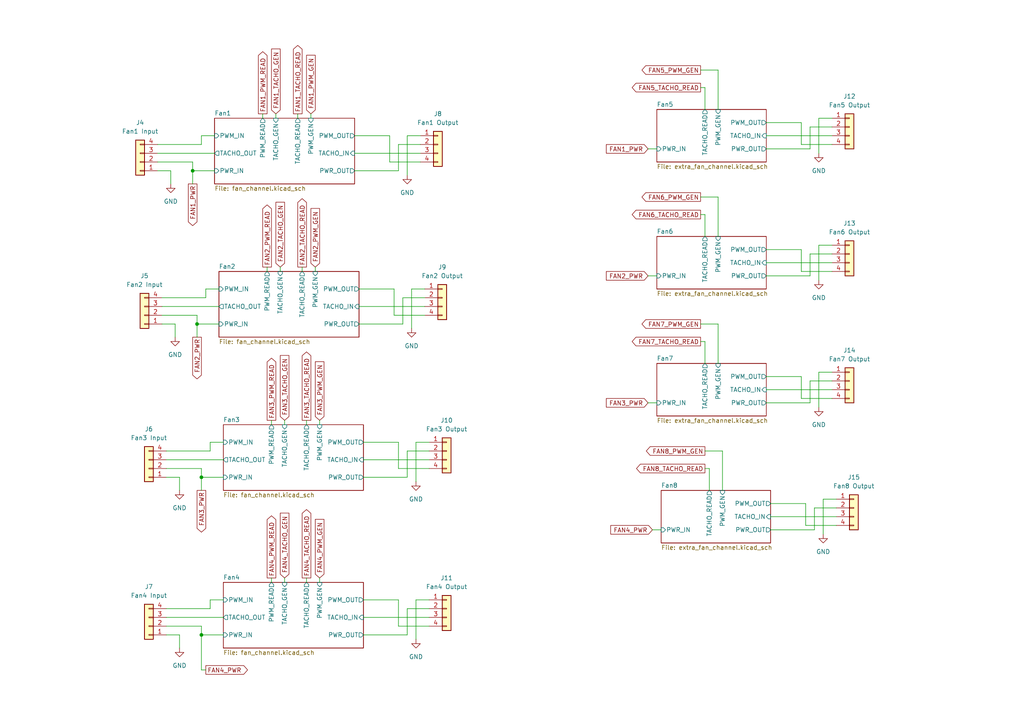
<source format=kicad_sch>
(kicad_sch (version 20211123) (generator eeschema)
  (paper "A4")
  (title_block (title "FanPico-0804") (date "2022-02-26") (company "Timo Kokkonen <tjko@iki.fi>") (comment 3 "Fanpico firmware reference/prototype PCB."))
  (lib_symbols
    (symbol "Connector_Generic:Conn_01x04" (pin_names (offset 1.016) hide)
      (property "Reference" "J" (at 0 5.08 0))
      (property "Value" "Conn_01x04" (at 0 -7.62 0))
      (symbol "Conn_01x04_1_1"
        (rectangle (start -1.27 -4.953) (end 0 -5.207) (stroke (width 0.1524)))
        (rectangle (start -1.27 -2.413) (end 0 -2.667) (stroke (width 0.1524)))
        (rectangle (start -1.27 0.127) (end 0 -0.127) (stroke (width 0.1524)))
        (rectangle (start -1.27 2.667) (end 0 2.413) (stroke (width 0.1524)))
        (rectangle (start -1.27 3.81) (end 1.27 -6.35) (stroke (width 0.254)) (fill (type background)))
        (pin passive line (at -5.08 2.54 0) (length 3.81) (name "Pin_1") (number "1"))
        (pin passive line (at -5.08 0 0) (length 3.81) (name "Pin_2") (number "2"))
        (pin passive line (at -5.08 -2.54 0) (length 3.81) (name "Pin_3") (number "3"))
        (pin passive line (at -5.08 -5.08 0) (length 3.81) (name "Pin_4") (number "4"))
      )
    )
    (symbol "power:GND" (power) (pin_names (offset 0))
      (property "Value" "GND" (at 0 -3.81 0))
      (symbol "GND_0_1"
        (polyline (pts (xy 0 0) (xy 0 -1.27) (xy 1.27 -1.27) (xy 0 -2.54) (xy -1.27 -1.27) (xy 0 -1.27)))
      )
      (symbol "GND_1_1"
        (pin power_in line (at 0 0 270) (length 0) hide (name "GND") (number "1"))
      )
    )
  )
  (junction (at 57.15 93.98))
  (junction (at 55.88 49.53))
  (junction (at 58.42 184.15))
  (junction (at 58.42 138.43))
  (wire (pts (xy 222.25 80.01) (xy 234.95 80.01)))
  (wire (pts (xy 222.25 116.84) (xy 234.95 116.84)))
  (wire (pts (xy 48.26 176.53) (xy 60.96 176.53)))
  (wire (pts (xy 222.25 39.37) (xy 241.3 39.37)))
  (wire (pts (xy 58.42 135.89) (xy 58.42 138.43)))
  (wire (pts (xy 104.14 88.9) (xy 123.19 88.9)))
  (wire (pts (xy 209.55 130.81) (xy 209.55 142.24)))
  (wire (pts (xy 55.88 46.99) (xy 55.88 49.53)))
  (wire (pts (xy 88.9 167.64) (xy 88.9 168.91)))
  (wire (pts (xy 45.72 46.99) (xy 55.88 46.99)))
  (wire (pts (xy 222.25 35.56) (xy 232.41 35.56)))
  (wire (pts (xy 234.95 116.84) (xy 234.95 110.49)))
  (wire (pts (xy 58.42 138.43) (xy 64.77 138.43)))
  (wire (pts (xy 48.26 130.81) (xy 60.96 130.81)))
  (wire (pts (xy 60.96 128.27) (xy 64.77 128.27)))
  (wire (pts (xy 115.57 41.91) (xy 121.92 41.91)))
  (wire (pts (xy 48.26 181.61) (xy 58.42 181.61)))
  (wire (pts (xy 58.42 181.61) (xy 58.42 184.15)))
  (wire (pts (xy 205.74 135.89) (xy 204.47 135.89)))
  (wire (pts (xy 222.25 109.22) (xy 232.41 109.22)))
  (wire (pts (xy 114.3 83.82) (xy 114.3 91.44)))
  (wire (pts (xy 52.07 184.15) (xy 48.26 184.15)))
  (wire (pts (xy 232.41 78.74) (xy 241.3 78.74)))
  (wire (pts (xy 209.55 130.81) (xy 204.47 130.81)))
  (wire (pts (xy 104.14 93.98) (xy 116.84 93.98)))
  (wire (pts (xy 205.74 135.89) (xy 205.74 142.24)))
  (wire (pts (xy 124.46 128.27) (xy 120.65 128.27)))
  (wire (pts (xy 236.22 147.32) (xy 242.57 147.32)))
  (wire (pts (xy 57.15 93.98) (xy 63.5 93.98)))
  (wire (pts (xy 237.49 81.28) (xy 237.49 71.12)))
  (wire (pts (xy 76.2 33.02) (xy 76.2 34.29)))
  (wire (pts (xy 48.26 133.35) (xy 64.77 133.35)))
  (wire (pts (xy 81.28 77.47) (xy 81.28 78.74)))
  (wire (pts (xy 48.26 135.89) (xy 58.42 135.89)))
  (wire (pts (xy 59.69 83.82) (xy 63.5 83.82)))
  (wire (pts (xy 46.99 88.9) (xy 63.5 88.9)))
  (wire (pts (xy 223.52 146.05) (xy 233.68 146.05)))
  (wire (pts (xy 105.41 184.15) (xy 118.11 184.15)))
  (wire (pts (xy 233.68 152.4) (xy 242.57 152.4)))
  (wire (pts (xy 86.36 33.02) (xy 86.36 34.29)))
  (wire (pts (xy 232.41 41.91) (xy 241.3 41.91)))
  (wire (pts (xy 104.14 83.82) (xy 114.3 83.82)))
  (wire (pts (xy 232.41 109.22) (xy 232.41 115.57)))
  (wire (pts (xy 208.28 93.98) (xy 203.2 93.98)))
  (wire (pts (xy 238.76 154.94) (xy 238.76 144.78)))
  (wire (pts (xy 77.47 77.47) (xy 77.47 78.74)))
  (wire (pts (xy 232.41 72.39) (xy 232.41 78.74)))
  (wire (pts (xy 78.74 167.64) (xy 78.74 168.91)))
  (wire (pts (xy 208.28 93.98) (xy 208.28 105.41)))
  (wire (pts (xy 222.25 43.18) (xy 234.95 43.18)))
  (wire (pts (xy 58.42 184.15) (xy 64.77 184.15)))
  (wire (pts (xy 60.96 130.81) (xy 60.96 128.27)))
  (wire (pts (xy 222.25 72.39) (xy 232.41 72.39)))
  (wire (pts (xy 52.07 138.43) (xy 48.26 138.43)))
  (wire (pts (xy 120.65 128.27) (xy 120.65 139.7)))
  (wire (pts (xy 105.41 179.07) (xy 124.46 179.07)))
  (wire (pts (xy 204.47 25.4) (xy 204.47 31.75)))
  (wire (pts (xy 236.22 153.67) (xy 236.22 147.32)))
  (wire (pts (xy 113.03 39.37) (xy 113.03 46.99)))
  (wire (pts (xy 234.95 110.49) (xy 241.3 110.49)))
  (wire (pts (xy 232.41 115.57) (xy 241.3 115.57)))
  (wire (pts (xy 237.49 107.95) (xy 241.3 107.95)))
  (wire (pts (xy 55.88 49.53) (xy 62.23 49.53)))
  (wire (pts (xy 222.25 113.03) (xy 241.3 113.03)))
  (wire (pts (xy 204.47 25.4) (xy 203.2 25.4)))
  (wire (pts (xy 118.11 138.43) (xy 118.11 130.81)))
  (wire (pts (xy 102.87 49.53) (xy 115.57 49.53)))
  (wire (pts (xy 120.65 173.99) (xy 120.65 185.42)))
  (wire (pts (xy 118.11 176.53) (xy 124.46 176.53)))
  (wire (pts (xy 208.28 20.32) (xy 203.2 20.32)))
  (wire (pts (xy 105.41 133.35) (xy 124.46 133.35)))
  (wire (pts (xy 82.55 167.64) (xy 82.55 168.91)))
  (wire (pts (xy 45.72 41.91) (xy 58.42 41.91)))
  (wire (pts (xy 102.87 39.37) (xy 113.03 39.37)))
  (wire (pts (xy 237.49 71.12) (xy 241.3 71.12)))
  (wire (pts (xy 223.52 149.86) (xy 242.57 149.86)))
  (wire (pts (xy 121.92 39.37) (xy 118.11 39.37)))
  (wire (pts (xy 208.28 57.15) (xy 208.28 68.58)))
  (wire (pts (xy 58.42 39.37) (xy 62.23 39.37)))
  (wire (pts (xy 118.11 184.15) (xy 118.11 176.53)))
  (wire (pts (xy 113.03 46.99) (xy 121.92 46.99)))
  (wire (pts (xy 50.8 97.79) (xy 50.8 93.98)))
  (wire (pts (xy 187.96 43.18) (xy 190.5 43.18)))
  (wire (pts (xy 58.42 138.43) (xy 58.42 142.24)))
  (wire (pts (xy 208.28 57.15) (xy 203.2 57.15)))
  (wire (pts (xy 46.99 86.36) (xy 59.69 86.36)))
  (wire (pts (xy 233.68 146.05) (xy 233.68 152.4)))
  (wire (pts (xy 115.57 128.27) (xy 115.57 135.89)))
  (wire (pts (xy 52.07 142.24) (xy 52.07 138.43)))
  (wire (pts (xy 58.42 194.31) (xy 58.42 184.15)))
  (wire (pts (xy 223.52 153.67) (xy 236.22 153.67)))
  (wire (pts (xy 115.57 135.89) (xy 124.46 135.89)))
  (wire (pts (xy 234.95 73.66) (xy 241.3 73.66)))
  (wire (pts (xy 52.07 187.96) (xy 52.07 184.15)))
  (wire (pts (xy 123.19 83.82) (xy 119.38 83.82)))
  (wire (pts (xy 187.96 116.84) (xy 190.5 116.84)))
  (wire (pts (xy 82.55 121.92) (xy 82.55 123.19)))
  (wire (pts (xy 60.96 173.99) (xy 64.77 173.99)))
  (wire (pts (xy 102.87 44.45) (xy 121.92 44.45)))
  (wire (pts (xy 49.53 53.34) (xy 49.53 49.53)))
  (wire (pts (xy 60.96 176.53) (xy 60.96 173.99)))
  (wire (pts (xy 119.38 83.82) (xy 119.38 95.25)))
  (wire (pts (xy 237.49 44.45) (xy 237.49 34.29)))
  (wire (pts (xy 92.71 167.64) (xy 92.71 168.91)))
  (wire (pts (xy 124.46 173.99) (xy 120.65 173.99)))
  (wire (pts (xy 189.23 153.67) (xy 191.77 153.67)))
  (wire (pts (xy 48.26 179.07) (xy 64.77 179.07)))
  (wire (pts (xy 78.74 121.92) (xy 78.74 123.19)))
  (wire (pts (xy 87.63 77.47) (xy 87.63 78.74)))
  (wire (pts (xy 57.15 93.98) (xy 57.15 97.79)))
  (wire (pts (xy 88.9 121.92) (xy 88.9 123.19)))
  (wire (pts (xy 57.15 91.44) (xy 57.15 93.98)))
  (wire (pts (xy 222.25 76.2) (xy 241.3 76.2)))
  (wire (pts (xy 114.3 91.44) (xy 123.19 91.44)))
  (wire (pts (xy 115.57 49.53) (xy 115.57 41.91)))
  (wire (pts (xy 204.47 99.06) (xy 204.47 105.41)))
  (wire (pts (xy 49.53 49.53) (xy 45.72 49.53)))
  (wire (pts (xy 238.76 144.78) (xy 242.57 144.78)))
  (wire (pts (xy 59.69 194.31) (xy 58.42 194.31)))
  (wire (pts (xy 115.57 173.99) (xy 115.57 181.61)))
  (wire (pts (xy 237.49 34.29) (xy 241.3 34.29)))
  (wire (pts (xy 237.49 118.11) (xy 237.49 107.95)))
  (wire (pts (xy 105.41 128.27) (xy 115.57 128.27)))
  (wire (pts (xy 204.47 62.23) (xy 203.2 62.23)))
  (wire (pts (xy 232.41 35.56) (xy 232.41 41.91)))
  (wire (pts (xy 187.96 80.01) (xy 190.5 80.01)))
  (wire (pts (xy 116.84 86.36) (xy 123.19 86.36)))
  (wire (pts (xy 92.71 121.92) (xy 92.71 123.19)))
  (wire (pts (xy 234.95 80.01) (xy 234.95 73.66)))
  (wire (pts (xy 204.47 62.23) (xy 204.47 68.58)))
  (wire (pts (xy 55.88 49.53) (xy 55.88 53.34)))
  (wire (pts (xy 116.84 93.98) (xy 116.84 86.36)))
  (wire (pts (xy 59.69 86.36) (xy 59.69 83.82)))
  (wire (pts (xy 45.72 44.45) (xy 62.23 44.45)))
  (wire (pts (xy 58.42 41.91) (xy 58.42 39.37)))
  (wire (pts (xy 234.95 36.83) (xy 241.3 36.83)))
  (wire (pts (xy 80.01 33.02) (xy 80.01 34.29)))
  (wire (pts (xy 105.41 138.43) (xy 118.11 138.43)))
  (wire (pts (xy 90.17 33.02) (xy 90.17 34.29)))
  (wire (pts (xy 204.47 99.06) (xy 203.2 99.06)))
  (wire (pts (xy 105.41 173.99) (xy 115.57 173.99)))
  (wire (pts (xy 91.44 77.47) (xy 91.44 78.74)))
  (wire (pts (xy 118.11 130.81) (xy 124.46 130.81)))
  (wire (pts (xy 46.99 91.44) (xy 57.15 91.44)))
  (wire (pts (xy 115.57 181.61) (xy 124.46 181.61)))
  (wire (pts (xy 208.28 20.32) (xy 208.28 31.75)))
  (wire (pts (xy 118.11 39.37) (xy 118.11 50.8)))
  (wire (pts (xy 234.95 43.18) (xy 234.95 36.83)))
  (wire (pts (xy 50.8 93.98) (xy 46.99 93.98)))
  (global_label "FAN1_PWM_GEN" (shape input) (at 90.17 33.02 90) (property "Intersheet References" "${INTERSHEET_REFS}" (effects hide)))
  (global_label "FAN4_PWM_READ" (shape output) (at 78.74 167.64 90) (property "Intersheet References" "${INTERSHEET_REFS}" (effects hide)))
  (global_label "FAN3_PWR" (shape input) (at 187.96 116.84 180) (property "Intersheet References" "${INTERSHEET_REFS}" (effects hide)))
  (global_label "FAN8_TACHO_READ" (shape output) (at 204.47 135.89 180) (property "Intersheet References" "${INTERSHEET_REFS}" (effects hide)))
  (global_label "FAN3_PWR" (shape output) (at 58.42 142.24 270) (property "Intersheet References" "${INTERSHEET_REFS}" (effects hide)))
  (global_label "FAN1_TACHO_READ" (shape output) (at 86.36 33.02 90) (property "Intersheet References" "${INTERSHEET_REFS}" (effects hide)))
  (global_label "FAN4_PWM_GEN" (shape input) (at 92.71 167.64 90) (property "Intersheet References" "${INTERSHEET_REFS}" (effects hide)))
  (global_label "FAN3_TACHO_READ" (shape output) (at 88.9 121.92 90) (property "Intersheet References" "${INTERSHEET_REFS}" (effects hide)))
  (global_label "FAN4_PWR" (shape output) (at 59.69 194.31 0) (property "Intersheet References" "${INTERSHEET_REFS}" (effects hide)))
  (global_label "FAN3_PWM_GEN" (shape input) (at 92.71 121.92 90) (property "Intersheet References" "${INTERSHEET_REFS}" (effects hide)))
  (global_label "FAN3_PWM_READ" (shape output) (at 78.74 121.92 90) (property "Intersheet References" "${INTERSHEET_REFS}" (effects hide)))
  (global_label "FAN2_TACHO_READ" (shape output) (at 87.63 77.47 90) (property "Intersheet References" "${INTERSHEET_REFS}" (effects hide)))
  (global_label "FAN4_TACHO_READ" (shape output) (at 88.9 167.64 90) (property "Intersheet References" "${INTERSHEET_REFS}" (effects hide)))
  (global_label "FAN7_TACHO_READ" (shape output) (at 203.2 99.06 180) (property "Intersheet References" "${INTERSHEET_REFS}" (effects hide)))
  (global_label "FAN5_TACHO_READ" (shape output) (at 203.2 25.4 180) (property "Intersheet References" "${INTERSHEET_REFS}" (effects hide)))
  (global_label "FAN1_PWR" (shape output) (at 55.88 53.34 270) (property "Intersheet References" "${INTERSHEET_REFS}" (effects hide)))
  (global_label "FAN7_PWM_GEN" (shape output) (at 203.2 93.98 180) (property "Intersheet References" "${INTERSHEET_REFS}" (effects hide)))
  (global_label "FAN6_PWM_GEN" (shape output) (at 203.2 57.15 180) (property "Intersheet References" "${INTERSHEET_REFS}" (effects hide)))
  (global_label "FAN2_PWM_READ" (shape output) (at 77.47 77.47 90) (property "Intersheet References" "${INTERSHEET_REFS}" (effects hide)))
  (global_label "FAN4_TACHO_GEN" (shape input) (at 82.55 167.64 90) (property "Intersheet References" "${INTERSHEET_REFS}" (effects hide)))
  (global_label "FAN6_TACHO_READ" (shape output) (at 203.2 62.23 180) (property "Intersheet References" "${INTERSHEET_REFS}" (effects hide)))
  (global_label "FAN1_PWM_READ" (shape output) (at 76.2 33.02 90) (property "Intersheet References" "${INTERSHEET_REFS}" (effects hide)))
  (global_label "FAN2_PWM_GEN" (shape input) (at 91.44 77.47 90) (property "Intersheet References" "${INTERSHEET_REFS}" (effects hide)))
  (global_label "FAN4_PWR" (shape input) (at 189.23 153.67 180) (property "Intersheet References" "${INTERSHEET_REFS}" (effects hide)))
  (global_label "FAN2_PWR" (shape input) (at 187.96 80.01 180) (property "Intersheet References" "${INTERSHEET_REFS}" (effects hide)))
  (global_label "FAN1_TACHO_GEN" (shape input) (at 80.01 33.02 90) (property "Intersheet References" "${INTERSHEET_REFS}" (effects hide)))
  (global_label "FAN5_PWM_GEN" (shape output) (at 203.2 20.32 180) (property "Intersheet References" "${INTERSHEET_REFS}" (effects hide)))
  (global_label "FAN8_PWM_GEN" (shape output) (at 204.47 130.81 180) (property "Intersheet References" "${INTERSHEET_REFS}" (effects hide)))
  (global_label "FAN2_TACHO_GEN" (shape input) (at 81.28 77.47 90) (property "Intersheet References" "${INTERSHEET_REFS}" (effects hide)))
  (global_label "FAN2_PWR" (shape output) (at 57.15 97.79 270) (property "Intersheet References" "${INTERSHEET_REFS}" (effects hide)))
  (global_label "FAN3_TACHO_GEN" (shape input) (at 82.55 121.92 90) (property "Intersheet References" "${INTERSHEET_REFS}" (effects hide)))
  (global_label "FAN1_PWR" (shape input) (at 187.96 43.18 180) (property "Intersheet References" "${INTERSHEET_REFS}" (effects hide)))
  (symbol (lib_id "Connector_Generic:Conn_01x04") (at 127 41.91 0) (unit 1)
    (property "Reference" "J8" (at 127 33.02 0))
    (property "Value" "Fan1 Output" (at 127 35.56 0))
    (property "Footprint" "Connector:FanPinHeader_1x04_P2.54mm_Vertical" (effects hide))
  )
  (symbol (lib_id "Connector_Generic:Conn_01x04") (at 246.38 73.66 0) (unit 1)
    (property "Reference" "J13" (at 246.38 64.77 0))
    (property "Value" "Fan6 Output" (at 246.38 67.31 0))
    (property "Footprint" "Connector:FanPinHeader_1x04_P2.54mm_Vertical" (effects hide))
  )
  (symbol (lib_id "Connector_Generic:Conn_01x04") (at 246.38 110.49 0) (unit 1)
    (property "Reference" "J14" (at 246.38 101.6 0))
    (property "Value" "Fan7 Output" (at 246.38 104.14 0))
    (property "Footprint" "Connector:FanPinHeader_1x04_P2.54mm_Vertical" (effects hide))
  )
  (symbol (lib_id "Connector_Generic:Conn_01x04") (at 129.54 130.81 0) (unit 1)
    (property "Reference" "J10" (at 129.54 121.92 0))
    (property "Value" "Fan3 Output" (at 129.54 124.46 0))
    (property "Footprint" "Connector:FanPinHeader_1x04_P2.54mm_Vertical" (effects hide))
  )
  (symbol (lib_id "power:GND") (at 52.07 187.96 0) (unit 1)
    (property "Reference" "#PWR020" (effects hide))
    (property "Value" "GND" (at 52.07 193.04 0))
  )
  (symbol (lib_id "power:GND") (at 50.8 97.79 0) (unit 1)
    (property "Reference" "#PWR018" (effects hide))
    (property "Value" "GND" (at 50.8 102.87 0))
  )
  (symbol (lib_id "power:GND") (at 52.07 142.24 0) (unit 1)
    (property "Reference" "#PWR019" (effects hide))
    (property "Value" "GND" (at 52.07 147.32 0))
  )
  (symbol (lib_id "Connector_Generic:Conn_01x04") (at 41.91 91.44 180) (unit 1)
    (property "Reference" "J5" (at 41.91 80.01 0))
    (property "Value" "Fan2 Input" (at 41.91 82.55 0))
    (property "Footprint" "Connector:FanPinHeader_1x04_P2.54mm_Vertical" (effects hide))
  )
  (symbol (lib_id "power:GND") (at 120.65 185.42 0) (unit 1)
    (property "Reference" "#PWR024" (effects hide))
    (property "Value" "GND" (at 120.65 190.5 0))
  )
  (symbol (lib_id "Connector_Generic:Conn_01x04") (at 246.38 36.83 0) (unit 1)
    (property "Reference" "J12" (at 246.38 27.94 0))
    (property "Value" "Fan5 Output" (at 246.38 30.48 0))
    (property "Footprint" "Connector:FanPinHeader_1x04_P2.54mm_Vertical" (effects hide))
  )
  (symbol (lib_id "Connector_Generic:Conn_01x04") (at 129.54 176.53 0) (unit 1)
    (property "Reference" "J11" (at 129.54 167.64 0))
    (property "Value" "Fan4 Output" (at 129.54 170.18 0))
    (property "Footprint" "Connector:FanPinHeader_1x04_P2.54mm_Vertical" (effects hide))
  )
  (symbol (lib_id "Connector_Generic:Conn_01x04") (at 43.18 135.89 180) (unit 1)
    (property "Reference" "J6" (at 43.18 124.46 0))
    (property "Value" "Fan3 Input" (at 43.18 127 0))
    (property "Footprint" "Connector:FanPinHeader_1x04_P2.54mm_Vertical" (effects hide))
  )
  (symbol (lib_id "power:GND") (at 238.76 154.94 0) (unit 1)
    (property "Reference" "#PWR028" (effects hide))
    (property "Value" "GND" (at 238.76 160.02 0))
  )
  (symbol (lib_id "power:GND") (at 49.53 53.34 0) (unit 1)
    (property "Reference" "#PWR017" (effects hide))
    (property "Value" "GND" (at 49.53 58.42 0))
  )
  (symbol (lib_id "Connector_Generic:Conn_01x04") (at 247.65 147.32 0) (unit 1)
    (property "Reference" "J15" (at 247.65 138.43 0))
    (property "Value" "Fan8 Output" (at 247.65 140.97 0))
    (property "Footprint" "Connector:FanPinHeader_1x04_P2.54mm_Vertical" (effects hide))
  )
  (symbol (lib_id "power:GND") (at 237.49 118.11 0) (unit 1)
    (property "Reference" "#PWR027" (effects hide))
    (property "Value" "GND" (at 237.49 123.19 0))
  )
  (symbol (lib_id "Connector_Generic:Conn_01x04") (at 43.18 181.61 180) (unit 1)
    (property "Reference" "J7" (at 43.18 170.18 0))
    (property "Value" "Fan4 Input" (at 43.18 172.72 0))
    (property "Footprint" "Connector:FanPinHeader_1x04_P2.54mm_Vertical" (effects hide))
  )
  (symbol (lib_id "power:GND") (at 237.49 81.28 0) (unit 1)
    (property "Reference" "#PWR026" (effects hide))
    (property "Value" "GND" (at 237.49 86.36 0))
  )
  (symbol (lib_id "Connector_Generic:Conn_01x04") (at 40.64 46.99 180) (unit 1)
    (property "Reference" "J4" (at 40.64 35.56 0))
    (property "Value" "Fan1 Input" (at 40.64 38.1 0))
    (property "Footprint" "Connector:FanPinHeader_1x04_P2.54mm_Vertical" (effects hide))
  )
  (symbol (lib_id "power:GND") (at 120.65 139.7 0) (unit 1)
    (property "Reference" "#PWR023" (effects hide))
    (property "Value" "GND" (at 120.65 144.78 0))
  )
  (symbol (lib_id "power:GND") (at 118.11 50.8 0) (unit 1)
    (property "Reference" "#PWR021" (effects hide))
    (property "Value" "GND" (at 118.11 55.88 0))
  )
  (symbol (lib_id "Connector_Generic:Conn_01x04") (at 128.27 86.36 0) (unit 1)
    (property "Reference" "J9" (at 128.27 77.47 0))
    (property "Value" "Fan2 Output" (at 128.27 80.01 0))
    (property "Footprint" "Connector:FanPinHeader_1x04_P2.54mm_Vertical" (effects hide))
  )
  (symbol (lib_id "power:GND") (at 237.49 44.45 0) (unit 1)
    (property "Reference" "#PWR025" (effects hide))
    (property "Value" "GND" (at 237.49 49.53 0))
  )
  (symbol (lib_id "power:GND") (at 119.38 95.25 0) (unit 1)
    (property "Reference" "#PWR022" (effects hide))
    (property "Value" "GND" (at 119.38 100.33 0))
  )
  (sheet (at 64.77 123.19) (size 40.64 19.05) (stroke (width 0.1524))
    (property "Sheet name" "Fan3" (at 64.77 122.4784 0) (effects (justify left bottom)))
    (property "Sheet file" "fan_channel.kicad_sch" (at 64.77 142.8246 0) (effects (justify left top)))
    (pin "TACHO_IN" input (at 105.41 133.35 0))
    (pin "PWM_OUT" output (at 105.41 128.27 0))
    (pin "PWR_OUT" output (at 105.41 138.43 0))
    (pin "TACHO_READ" output (at 88.9 123.19 90))
    (pin "TACHO_GEN" input (at 82.55 123.19 90))
    (pin "PWM_GEN" input (at 92.71 123.19 90))
    (pin "PWM_READ" output (at 78.74 123.19 90))
    (pin "PWR_IN" input (at 64.77 138.43 180))
    (pin "PWM_IN" input (at 64.77 128.27 180))
    (pin "TACHO_OUT" output (at 64.77 133.35 180))
  )
  (sheet (at 190.5 68.58) (size 31.75 15.24) (stroke (width 0.1524))
    (property "Sheet name" "Fan6" (at 190.5 67.8684 0) (effects (justify left bottom)))
    (property "Sheet file" "extra_fan_channel.kicad_sch" (at 190.5 84.4046 0) (effects (justify left top)))
    (pin "TACHO_IN" input (at 222.25 76.2 0))
    (pin "PWM_OUT" output (at 222.25 72.39 0))
    (pin "PWR_OUT" output (at 222.25 80.01 0))
    (pin "PWM_GEN" input (at 208.28 68.58 90))
    (pin "TACHO_READ" output (at 204.47 68.58 90))
    (pin "PWR_IN" input (at 190.5 80.01 180))
  )
  (sheet (at 190.5 105.41) (size 31.75 15.24) (stroke (width 0.1524))
    (property "Sheet name" "Fan7" (at 190.5 104.6984 0) (effects (justify left bottom)))
    (property "Sheet file" "extra_fan_channel.kicad_sch" (at 190.5 121.2346 0) (effects (justify left top)))
    (pin "TACHO_IN" input (at 222.25 113.03 0))
    (pin "PWM_OUT" output (at 222.25 109.22 0))
    (pin "PWR_OUT" output (at 222.25 116.84 0))
    (pin "PWM_GEN" input (at 208.28 105.41 90))
    (pin "TACHO_READ" output (at 204.47 105.41 90))
    (pin "PWR_IN" input (at 190.5 116.84 180))
  )
  (sheet (at 64.77 168.91) (size 40.64 19.05) (stroke (width 0.1524))
    (property "Sheet name" "Fan4" (at 64.77 168.1984 0) (effects (justify left bottom)))
    (property "Sheet file" "fan_channel.kicad_sch" (at 64.77 188.5446 0) (effects (justify left top)))
    (pin "TACHO_IN" input (at 105.41 179.07 0))
    (pin "PWM_OUT" output (at 105.41 173.99 0))
    (pin "PWR_OUT" output (at 105.41 184.15 0))
    (pin "TACHO_READ" output (at 88.9 168.91 90))
    (pin "TACHO_GEN" input (at 82.55 168.91 90))
    (pin "PWM_GEN" input (at 92.71 168.91 90))
    (pin "PWM_READ" output (at 78.74 168.91 90))
    (pin "PWR_IN" input (at 64.77 184.15 180))
    (pin "PWM_IN" input (at 64.77 173.99 180))
    (pin "TACHO_OUT" output (at 64.77 179.07 180))
  )
  (sheet (at 63.5 78.74) (size 40.64 19.05) (stroke (width 0.1524))
    (property "Sheet name" "Fan2" (at 63.5 78.0284 0) (effects (justify left bottom)))
    (property "Sheet file" "fan_channel.kicad_sch" (at 63.5 98.3746 0) (effects (justify left top)))
    (pin "TACHO_IN" input (at 104.14 88.9 0))
    (pin "PWM_OUT" output (at 104.14 83.82 0))
    (pin "PWR_OUT" output (at 104.14 93.98 0))
    (pin "TACHO_READ" output (at 87.63 78.74 90))
    (pin "TACHO_GEN" input (at 81.28 78.74 90))
    (pin "PWM_GEN" input (at 91.44 78.74 90))
    (pin "PWM_READ" output (at 77.47 78.74 90))
    (pin "PWR_IN" input (at 63.5 93.98 180))
    (pin "PWM_IN" input (at 63.5 83.82 180))
    (pin "TACHO_OUT" output (at 63.5 88.9 180))
  )
  (sheet (at 191.77 142.24) (size 31.75 15.24) (stroke (width 0.1524))
    (property "Sheet name" "Fan8" (at 191.77 141.5284 0) (effects (justify left bottom)))
    (property "Sheet file" "extra_fan_channel.kicad_sch" (at 191.77 158.0646 0) (effects (justify left top)))
    (pin "TACHO_IN" input (at 223.52 149.86 0))
    (pin "PWM_OUT" output (at 223.52 146.05 0))
    (pin "PWR_OUT" output (at 223.52 153.67 0))
    (pin "PWM_GEN" input (at 209.55 142.24 90))
    (pin "TACHO_READ" output (at 205.74 142.24 90))
    (pin "PWR_IN" input (at 191.77 153.67 180))
  )
  (sheet (at 62.23 34.29) (size 40.64 19.05) (stroke (width 0.1524))
    (property "Sheet name" "Fan1" (at 62.23 33.5784 0) (effects (justify left bottom)))
    (property "Sheet file" "fan_channel.kicad_sch" (at 62.23 53.9246 0) (effects (justify left top)))
    (pin "TACHO_IN" input (at 102.87 44.45 0))
    (pin "PWM_OUT" output (at 102.87 39.37 0))
    (pin "PWR_OUT" output (at 102.87 49.53 0))
    (pin "TACHO_READ" output (at 86.36 34.29 90))
    (pin "TACHO_GEN" input (at 80.01 34.29 90))
    (pin "PWM_GEN" input (at 90.17 34.29 90))
    (pin "PWM_READ" output (at 76.2 34.29 90))
    (pin "PWR_IN" input (at 62.23 49.53 180))
    (pin "PWM_IN" input (at 62.23 39.37 180))
    (pin "TACHO_OUT" output (at 62.23 44.45 180))
  )
  (sheet (at 190.5 31.75) (size 31.75 15.24) (stroke (width 0.1524))
    (property "Sheet name" "Fan5" (at 190.5 31.0384 0) (effects (justify left bottom)))
    (property "Sheet file" "extra_fan_channel.kicad_sch" (at 190.5 47.5746 0) (effects (justify left top)))
    (pin "TACHO_IN" input (at 222.25 39.37 0))
    (pin "PWM_OUT" output (at 222.25 35.56 0))
    (pin "PWR_OUT" output (at 222.25 43.18 0))
    (pin "PWM_GEN" input (at 208.28 31.75 90))
    (pin "TACHO_READ" output (at 204.47 31.75 90))
    (pin "PWR_IN" input (at 190.5 43.18 180))
  )
)
</source>
